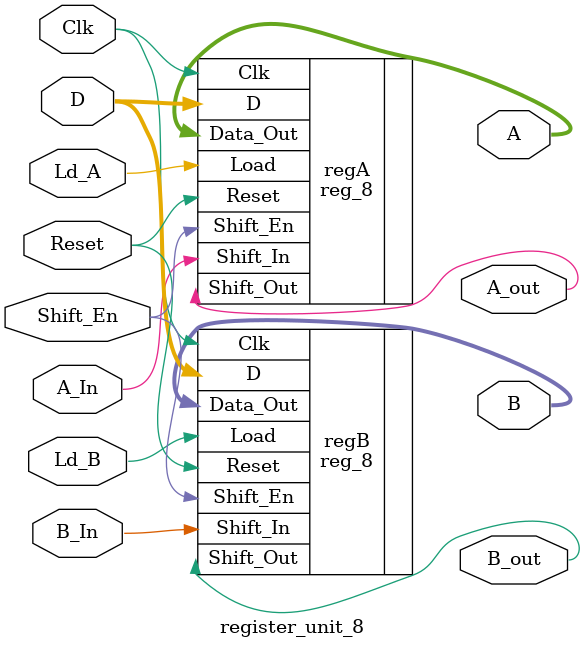
<source format=sv>
module register_unit_8 (
    input  logic       Clk, 
    input  logic       Reset,
    input  logic       A_In,  // 1-bit shift in for A
    input  logic       B_In,  // 1-bit shift in for B
    input  logic       Ld_A,
    input  logic       Ld_B, 
    input  logic       Shift_En,
    input  logic [7:0] D,     // 8-bit parallel load

    output logic       A_out, 
    output logic       B_out, 
    output logic [7:0] A,
    output logic [7:0] B
);

    reg_8 regA (
        .Clk       (Clk), 
        .Reset     (Reset),

        .Shift_In  (A_In), 
        .Load      (Ld_A), 
        .Shift_En  (Shift_En),
        .D         (D),

        .Shift_Out (A_out),
        .Data_Out  (A)
    );

    reg_8 regB (
        .Clk       (Clk), 
        .Reset     (Reset),

        .Shift_In  (B_In), 
        .Load      (Ld_B), 
        .Shift_En  (Shift_En),
        .D         (D),

        .Shift_Out (B_out),
        .Data_Out  (B)
    );

endmodule

</source>
